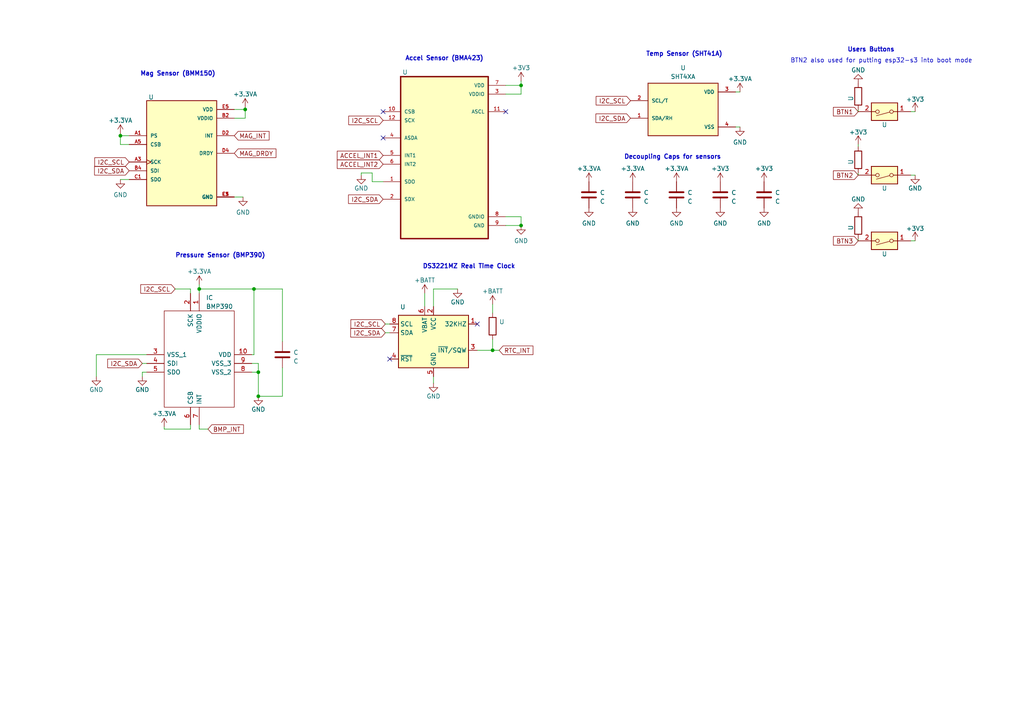
<source format=kicad_sch>
(kicad_sch (version 20220404) (generator eeschema)
  (paper "A4")
  (title_block (title "Watchy-Esp32-s3") (date "2022-07-22") (rev "V1") (company "MrT Stephens"))
  (lib_symbols
    (symbol "BMM150:BMM150" (pin_names (offset 1.016))
      (property "Reference" "U" (at -10.16 16.51 0))
      (property "Value" "BMM150" (at -10.16 -16.51 0))
      (symbol "BMM150_0_0"
        (rectangle (start -10.16 -15.24) (end 10.16 15.24) (stroke (width 0.254)) (fill (type background)))
        (pin input line (at -15.24 5.08 0) (length 5.08) (name "PS") (number "A1"))
        (pin input clock (at -15.24 -2.54 0) (length 5.08) (name "SCK") (number "A3"))
        (pin input line (at -15.24 2.54 0) (length 5.08) (name "CSB") (number "A5"))
        (pin power_in line (at 15.24 10.16 180) (length 5.08) (name "VDDIO") (number "B2"))
        (pin bidirectional line (at -15.24 -5.08 0) (length 5.08) (name "SDI") (number "B4"))
        (pin output line (at -15.24 -7.62 0) (length 5.08) (name "SDO") (number "C1"))
        (pin power_in line (at 15.24 -12.7 180) (length 5.08) (name "GND") (number "C5"))
        (pin output line (at 15.24 5.08 180) (length 5.08) (name "INT") (number "D2"))
        (pin output line (at 15.24 0 180) (length 5.08) (name "DRDY") (number "D4"))
        (pin power_in line (at 15.24 -12.7 180) (length 5.08) (name "GND") (number "E1"))
        (pin power_in line (at 15.24 -12.7 180) (length 5.08) (name "GND") (number "E3"))
        (pin power_in line (at 15.24 12.7 180) (length 5.08) (name "VDD") (number "E5"))
      )
    )
    (symbol "BMP390:BMP390" (pin_names (offset 0.762))
      (property "Reference" "IC" (at 26.67 17.78 0))
      (property "Value" "BMP390" (at 26.67 15.24 0))
      (symbol "BMP390_0_0"
        (pin passive line (at 15.24 17.78 270) (length 5.08) (name "VDDIO") (number "1"))
        (pin passive line (at 30.48 0 180) (length 5.08) (name "VDD") (number "10"))
        (pin passive line (at 12.7 17.78 270) (length 5.08) (name "SCK") (number "2"))
        (pin passive line (at 0 0 0) (length 5.08) (name "VSS_1") (number "3"))
        (pin passive line (at 0 -2.54 0) (length 5.08) (name "SDI") (number "4"))
        (pin passive line (at 0 -5.08 0) (length 5.08) (name "SDO") (number "5"))
        (pin passive line (at 12.7 -20.32 90) (length 5.08) (name "CSB") (number "6"))
        (pin passive line (at 15.24 -20.32 90) (length 5.08) (name "INT") (number "7"))
        (pin passive line (at 30.48 -5.08 180) (length 5.08) (name "VSS_2") (number "8"))
        (pin passive line (at 30.48 -2.54 180) (length 5.08) (name "VSS_3") (number "9"))
      )
      (symbol "BMP390_0_1"
        (polyline (pts (xy 5.08 12.7) (xy 25.4 12.7) (xy 25.4 -15.24) (xy 5.08 -15.24) (xy 5.08 12.7)) (stroke (width 0.1524)))
      )
    )
    (symbol "Device:C" (pin_numbers hide) (pin_names (offset 0.254))
      (property "Reference" "C" (at 0.635 2.54 0))
      (property "Value" "C" (at 0.635 -2.54 0))
      (symbol "C_0_1"
        (polyline (pts (xy -2.032 -0.762) (xy 2.032 -0.762)) (stroke (width 0.508)))
        (polyline (pts (xy -2.032 0.762) (xy 2.032 0.762)) (stroke (width 0.508)))
      )
      (symbol "C_1_1"
        (pin passive line (at 0 3.81 270) (length 2.794) (name "~") (number "1"))
        (pin passive line (at 0 -3.81 90) (length 2.794) (name "~") (number "2"))
      )
    )
    (symbol "Device:R" (pin_numbers hide) (pin_names (offset 0))
      (property "Reference" "R" (at 2.032 0 90))
      (property "Value" "R" (at 0 0 90))
      (symbol "R_0_1"
        (rectangle (start -1.016 -2.54) (end 1.016 2.54) (stroke (width 0.254)))
      )
      (symbol "R_1_1"
        (pin passive line (at 0 3.81 270) (length 1.27) (name "~") (number "1"))
        (pin passive line (at 0 -3.81 90) (length 1.27) (name "~") (number "2"))
      )
    )
    (symbol "SHT4XA:SHT4XA" (pin_names (offset 1.016))
      (property "Reference" "U" (at -10.16 8.89 0))
      (property "Value" "SHT4XA" (at -10.16 -10.16 0))
      (symbol "SHT4XA_0_0"
        (rectangle (start -10.16 -7.62) (end 10.16 7.62) (stroke (width 0.254)) (fill (type background)))
        (pin bidirectional line (at -15.24 -2.54 0) (length 5.08) (name "SDA/RH") (number "1"))
        (pin bidirectional line (at -15.24 2.54 0) (length 5.08) (name "SCL/T") (number "2"))
        (pin power_in line (at 15.24 5.08 180) (length 5.08) (name "VDD") (number "3"))
        (pin power_in line (at 15.24 -5.08 180) (length 5.08) (name "VSS") (number "4"))
      )
    )
    (symbol "Switch:SW_DIP_x01" (pin_names (offset 0) hide)
      (property "Reference" "SW" (at 0 3.81 0))
      (property "Value" "SW_DIP_x01" (at 0 -3.81 0))
      (symbol "SW_DIP_x01_0_0"
        (circle (center -2.032 0) (radius 0.508))
        (polyline (pts (xy -1.524 0.127) (xy 2.3622 1.1684)))
        (circle (center 2.032 0) (radius 0.508))
      )
      (symbol "SW_DIP_x01_0_1"
        (rectangle (start -3.81 2.54) (end 3.81 -2.54) (stroke (width 0.254)) (fill (type background)))
      )
      (symbol "SW_DIP_x01_1_1"
        (pin passive line (at -7.62 0 0) (length 5.08) (name "~") (number "1"))
        (pin passive line (at 7.62 0 180) (length 5.08) (name "~") (number "2"))
      )
    )
    (symbol "Timer_RTC:DS3231MZ"
      (property "Reference" "U" (at -7.62 8.89 0))
      (property "Value" "DS3231MZ" (at 11.43 8.89 0))
      (symbol "DS3231MZ_0_1"
        (rectangle (start -10.16 7.62) (end 10.16 -7.62) (stroke (width 0.254)) (fill (type background)))
      )
      (symbol "DS3231MZ_1_1"
        (pin open_collector line (at 12.7 5.08 180) (length 2.54) (name "32KHZ") (number "1"))
        (pin power_in line (at 0 10.16 270) (length 2.54) (name "VCC") (number "2"))
        (pin open_collector line (at 12.7 -2.54 180) (length 2.54) (name "~{INT}/SQW") (number "3"))
        (pin bidirectional line (at -12.7 -5.08 0) (length 2.54) (name "~{RST}") (number "4"))
        (pin power_in line (at 0 -10.16 90) (length 2.54) (name "GND") (number "5"))
        (pin power_in line (at -2.54 10.16 270) (length 2.54) (name "VBAT") (number "6"))
        (pin bidirectional line (at -12.7 2.54 0) (length 2.54) (name "SDA") (number "7"))
        (pin input line (at -12.7 5.08 0) (length 2.54) (name "SCL") (number "8"))
      )
    )
    (symbol "Watchy:BMA423" (pin_names (offset 1.016))
      (property "Reference" "U" (at -12.7 23.8506 0))
      (property "Value" "BMA423" (at -12.7 -26.8478 0))
      (symbol "BMA423_0_0"
        (rectangle (start -12.7 22.86) (end 12.7 -24.13) (stroke (width 0.4064)) (fill (type background)))
        (pin bidirectional line (at -17.78 -7.62 0) (length 5.08) (name "SDO") (number "1"))
        (pin input line (at -17.78 12.7 0) (length 5.08) (name "CSB") (number "10"))
        (pin output line (at 17.78 12.7 180) (length 5.08) (name "ASCL") (number "11"))
        (pin input line (at -17.78 10.16 0) (length 5.08) (name "SCX") (number "12"))
        (pin bidirectional line (at -17.78 -12.7 0) (length 5.08) (name "SDX") (number "2"))
        (pin power_in line (at 17.78 17.78 180) (length 5.08) (name "VDDIO") (number "3"))
        (pin bidirectional line (at -17.78 5.08 0) (length 5.08) (name "ASDA") (number "4"))
        (pin bidirectional line (at -17.78 0 0) (length 5.08) (name "INT1") (number "5"))
        (pin bidirectional line (at -17.78 -2.54 0) (length 5.08) (name "INT2") (number "6"))
        (pin power_in line (at 17.78 20.32 180) (length 5.08) (name "VDD") (number "7"))
        (pin power_in line (at 17.78 -17.78 180) (length 5.08) (name "GNDIO") (number "8"))
        (pin power_in line (at 17.78 -20.32 180) (length 5.08) (name "GND") (number "9"))
      )
    )
    (symbol "power:+3.3VA" (power) (pin_names (offset 0))
      (property "Value" "+3.3VA" (at 0 3.556 0))
      (symbol "+3.3VA_0_1"
        (polyline (pts (xy -0.762 1.27) (xy 0 2.54)))
        (polyline (pts (xy 0 0) (xy 0 2.54)))
        (polyline (pts (xy 0 2.54) (xy 0.762 1.27)))
      )
      (symbol "+3.3VA_1_1"
        (pin power_in line (at 0 0 90) (length 0) hide (name "+3.3VA") (number "1"))
      )
    )
    (symbol "power:+3V3" (power) (pin_names (offset 0))
      (property "Value" "+3V3" (at 0 3.556 0))
      (symbol "+3V3_0_1"
        (polyline (pts (xy -0.762 1.27) (xy 0 2.54)))
        (polyline (pts (xy 0 0) (xy 0 2.54)))
        (polyline (pts (xy 0 2.54) (xy 0.762 1.27)))
      )
      (symbol "+3V3_1_1"
        (pin power_in line (at 0 0 90) (length 0) hide (name "+3V3") (number "1"))
      )
    )
    (symbol "power:+BATT" (power) (pin_names (offset 0))
      (property "Value" "+BATT" (at 0 3.556 0))
      (symbol "+BATT_0_1"
        (polyline (pts (xy -0.762 1.27) (xy 0 2.54)))
        (polyline (pts (xy 0 0) (xy 0 2.54)))
        (polyline (pts (xy 0 2.54) (xy 0.762 1.27)))
      )
      (symbol "+BATT_1_1"
        (pin power_in line (at 0 0 90) (length 0) hide (name "+BATT") (number "1"))
      )
    )
    (symbol "power:GND" (power) (pin_names (offset 0))
      (property "Value" "GND" (at 0 -3.81 0))
      (symbol "GND_0_1"
        (polyline (pts (xy 0 0) (xy 0 -1.27) (xy 1.27 -1.27) (xy 0 -2.54) (xy -1.27 -1.27) (xy 0 -1.27)))
      )
      (symbol "GND_1_1"
        (pin power_in line (at 0 0 270) (length 0) hide (name "GND") (number "1"))
      )
    )
  )
  (junction (at 34.925 39.37))
  (junction (at 74.93 114.935))
  (junction (at 151.13 24.765))
  (junction (at 151.13 65.405))
  (junction (at 57.785 83.82))
  (junction (at 71.12 31.75))
  (junction (at 74.93 107.95))
  (junction (at 142.875 101.6))
  (junction (at 73.66 83.82))
  (no_connect (at 113.03 104.14))
  (no_connect (at 138.43 93.98))
  (no_connect (at 111.125 40.005))
  (no_connect (at 111.125 32.385))
  (no_connect (at 146.685 32.385))
  (wire (pts (xy 214.63 36.83) (xy 213.36 36.83)))
  (wire (pts (xy 57.785 83.82) (xy 57.785 85.09)))
  (wire (pts (xy 55.245 83.82) (xy 50.8 83.82)))
  (wire (pts (xy 111.76 93.98) (xy 113.03 93.98)))
  (wire (pts (xy 27.94 109.22) (xy 27.94 102.87)))
  (wire (pts (xy 47.625 124.46) (xy 55.245 124.46)))
  (wire (pts (xy 107.95 52.705) (xy 111.125 52.705)))
  (wire (pts (xy 34.925 52.07) (xy 37.465 52.07)))
  (wire (pts (xy 73.025 102.87) (xy 73.66 102.87)))
  (wire (pts (xy 142.875 101.6) (xy 144.78 101.6)))
  (wire (pts (xy 34.925 38.735) (xy 34.925 39.37)))
  (wire (pts (xy 57.785 123.19) (xy 57.785 124.46)))
  (wire (pts (xy 146.685 24.765) (xy 151.13 24.765)))
  (wire (pts (xy 265.43 69.85) (xy 264.16 69.85)))
  (wire (pts (xy 265.43 50.8) (xy 264.16 50.8)))
  (wire (pts (xy 151.13 23.495) (xy 151.13 24.765)))
  (wire (pts (xy 74.93 114.935) (xy 74.93 107.95)))
  (wire (pts (xy 81.915 99.06) (xy 81.915 83.82)))
  (wire (pts (xy 34.925 41.91) (xy 34.925 39.37)))
  (wire (pts (xy 151.13 27.305) (xy 146.685 27.305)))
  (wire (pts (xy 41.275 105.41) (xy 42.545 105.41)))
  (wire (pts (xy 81.915 83.82) (xy 73.66 83.82)))
  (wire (pts (xy 214.63 26.67) (xy 213.36 26.67)))
  (wire (pts (xy 248.92 41.91) (xy 248.92 42.545)))
  (wire (pts (xy 104.775 50.8) (xy 104.775 50.165)))
  (wire (pts (xy 34.925 39.37) (xy 37.465 39.37)))
  (wire (pts (xy 104.775 50.165) (xy 107.95 50.165)))
  (wire (pts (xy 74.93 105.41) (xy 74.93 107.95)))
  (wire (pts (xy 107.95 50.165) (xy 107.95 52.705)))
  (wire (pts (xy 151.13 62.865) (xy 151.13 65.405)))
  (wire (pts (xy 151.13 24.765) (xy 151.13 27.305)))
  (wire (pts (xy 125.73 83.82) (xy 125.73 88.9)))
  (wire (pts (xy 248.92 50.165) (xy 248.92 50.8)))
  (wire (pts (xy 73.66 83.82) (xy 73.66 102.87)))
  (wire (pts (xy 57.785 124.46) (xy 60.325 124.46)))
  (wire (pts (xy 47.625 123.825) (xy 47.625 124.46)))
  (wire (pts (xy 55.245 123.19) (xy 55.245 124.46)))
  (wire (pts (xy 248.92 31.75) (xy 248.92 32.385)))
  (wire (pts (xy 265.43 32.385) (xy 264.16 32.385)))
  (wire (pts (xy 123.19 85.09) (xy 123.19 88.9)))
  (wire (pts (xy 146.685 65.405) (xy 151.13 65.405)))
  (wire (pts (xy 57.785 83.82) (xy 73.66 83.82)))
  (wire (pts (xy 67.945 34.29) (xy 71.12 34.29)))
  (wire (pts (xy 142.875 88.265) (xy 142.875 90.805)))
  (wire (pts (xy 41.275 107.95) (xy 42.545 107.95)))
  (wire (pts (xy 71.12 31.115) (xy 71.12 31.75)))
  (wire (pts (xy 142.875 98.425) (xy 142.875 101.6)))
  (wire (pts (xy 81.915 106.68) (xy 81.915 114.935)))
  (wire (pts (xy 74.93 107.95) (xy 73.025 107.95)))
  (wire (pts (xy 55.245 85.09) (xy 55.245 83.82)))
  (wire (pts (xy 71.12 34.29) (xy 71.12 31.75)))
  (wire (pts (xy 125.73 111.125) (xy 125.73 109.22)))
  (wire (pts (xy 34.925 41.91) (xy 37.465 41.91)))
  (wire (pts (xy 73.025 105.41) (xy 74.93 105.41)))
  (wire (pts (xy 27.94 102.87) (xy 42.545 102.87)))
  (wire (pts (xy 41.275 109.22) (xy 41.275 107.95)))
  (wire (pts (xy 67.945 57.15) (xy 70.485 57.15)))
  (wire (pts (xy 146.685 62.865) (xy 151.13 62.865)))
  (wire (pts (xy 81.915 114.935) (xy 74.93 114.935)))
  (wire (pts (xy 111.76 96.52) (xy 113.03 96.52)))
  (wire (pts (xy 248.92 69.215) (xy 248.92 69.85)))
  (wire (pts (xy 138.43 101.6) (xy 142.875 101.6)))
  (wire (pts (xy 67.945 31.75) (xy 71.12 31.75)))
  (wire (pts (xy 132.715 83.82) (xy 125.73 83.82)))
  (wire (pts (xy 57.785 82.55) (xy 57.785 83.82)))
  (text "Pressure Sensor (BMP390)" (at 50.8 74.93 0) (effects (font (size 1.27 1.27) bold) (justify left bottom)))
  (text "Accel Sensor (BMA423)" (at 117.475 17.78 0) (effects (font (size 1.27 1.27) bold) (justify left bottom)))
  (text "Users Buttons" (at 245.745 15.24 0) (effects (font (size 1.27 1.27) bold) (justify left bottom)))
  (text "DS3221MZ Real Time Clock" (at 122.555 78.105 0) (effects (font (size 1.27 1.27) bold) (justify left bottom)))
  (text "Mag Sensor (BMM150)" (at 40.64 22.225 0) (effects (font (size 1.27 1.27) (thickness 0.254) bold) (justify left bottom)))
  (text "Temp Sensor (SHT41A)" (at 187.325 16.51 0) (effects (font (size 1.27 1.27) bold) (justify left bottom)))
  (text "Decoupling Caps for sensors" (at 180.975 46.355 0) (effects (font (size 1.27 1.27) bold) (justify left bottom)))
  (text "BTN2 also used for putting esp32-s3 into boot mode" (at 229.235 18.415 0) (effects (font (size 1.27 1.27)) (justify left bottom)))
  (global_label "I2C_SCL" (shape input) (at 37.465 46.99 180) (property "Intersheetrefs" "${INTERSHEET_REFS}" (effects hide)))
  (global_label "BMP_INT" (shape input) (at 60.325 124.46 0) (property "Intersheetrefs" "${INTERSHEET_REFS}" (effects hide)))
  (global_label "I2C_SCL" (shape input) (at 111.76 93.98 180) (property "Intersheetrefs" "${INTERSHEET_REFS}" (effects hide)))
  (global_label "I2C_SDA" (shape input) (at 37.465 49.53 180) (property "Intersheetrefs" "${INTERSHEET_REFS}" (effects hide)))
  (global_label "I2C_SDA" (shape input) (at 111.76 96.52 180) (property "Intersheetrefs" "${INTERSHEET_REFS}" (effects hide)))
  (global_label "RTC_INT" (shape input) (at 144.78 101.6 0) (property "Intersheetrefs" "${INTERSHEET_REFS}" (effects hide)))
  (global_label "BTN3" (shape input) (at 248.92 69.85 180) (property "Intersheetrefs" "${INTERSHEET_REFS}" (effects hide)))
  (global_label "I2C_SCL" (shape input) (at 182.88 29.21 180) (property "Intersheetrefs" "${INTERSHEET_REFS}" (effects hide)))
  (global_label "I2C_SDA" (shape input) (at 182.88 34.29 180) (property "Intersheetrefs" "${INTERSHEET_REFS}" (effects hide)))
  (global_label "MAG_DRDY" (shape input) (at 67.945 44.45 0) (property "Intersheetrefs" "${INTERSHEET_REFS}" (effects hide)))
  (global_label "BTN1" (shape input) (at 248.92 32.385 180) (property "Intersheetrefs" "${INTERSHEET_REFS}" (effects hide)))
  (global_label "BTN2" (shape input) (at 248.92 50.8 180) (property "Intersheetrefs" "${INTERSHEET_REFS}" (effects hide)))
  (global_label "I2C_SCL" (shape input) (at 50.8 83.82 180) (property "Intersheetrefs" "${INTERSHEET_REFS}" (effects hide)))
  (global_label "MAG_INT" (shape input) (at 67.945 39.37 0) (property "Intersheetrefs" "${INTERSHEET_REFS}" (effects hide)))
  (global_label "ACCEL_INT2" (shape input) (at 111.125 47.625 180) (property "Intersheetrefs" "${INTERSHEET_REFS}" (effects hide)))
  (global_label "I2C_SCL" (shape input) (at 111.125 34.925 180) (property "Intersheetrefs" "${INTERSHEET_REFS}" (effects hide)))
  (global_label "ACCEL_INT1" (shape input) (at 111.125 45.085 180) (property "Intersheetrefs" "${INTERSHEET_REFS}" (effects hide)))
  (global_label "I2C_SDA" (shape input) (at 41.275 105.41 180) (property "Intersheetrefs" "${INTERSHEET_REFS}" (effects hide)))
  (global_label "I2C_SDA" (shape input) (at 111.125 57.785 180) (property "Intersheetrefs" "${INTERSHEET_REFS}" (effects hide)))
  (symbol (lib_id "power:GND") (at 151.13 65.405 0) (unit 1)
    (default_instance (reference "#PWR") (unit 1) (value "GND") (footprint ""))
    (property "Reference" "#PWR" (effects hide))
    (property "Value" "GND" (at 151.13 69.85 0))
  )
  (symbol (lib_id "BMM150:BMM150") (at 52.705 44.45 0) (unit 1)
    (default_instance (reference "U") (unit 1) (value "") (footprint ""))
    (property "Reference" "U" (at 43.815 28.194 0))
    (property "MP" "BMM150" (effects hide))
    (property "AVAILABILITY" "Unavailable" (effects hide))
    (property "PRICE" "None" (effects hide))
    (property "DESCRIPTION" "BMM150 Series 3.6 V Surface Mount Three-Axis Geomagnetic Sensor - WLCSP-12" (effects hide))
    (property "MF" "Bosch Sensortec" (effects hide))
    (property "PACKAGE" "WLCSP-12 Bosch" (effects hide))
  )
  (symbol (lib_id "Switch:SW_DIP_x01") (at 256.54 32.385 180) (unit 1)
    (default_instance (reference "U") (unit 1) (value "") (footprint ""))
    (property "Reference" "U" (at 256.54 36.195 0))
  )
  (symbol (lib_id "power:GND") (at 265.43 50.8 0) (unit 1)
    (default_instance (reference "U") (unit 1) (value "") (footprint ""))
    (property "Reference" "U" (effects hide))
  )
  (symbol (lib_id "power:GND") (at 170.815 60.325 0) (unit 1)
    (default_instance (reference "#PWR") (unit 1) (value "GND") (footprint ""))
    (property "Reference" "#PWR" (effects hide))
    (property "Value" "GND" (at 170.815 64.77 0))
  )
  (symbol (lib_id "Watchy:BMA423") (at 128.905 45.085 0) (unit 1)
    (default_instance (reference "U") (unit 1) (value "") (footprint ""))
    (property "Reference" "U" (at 117.475 20.955 0))
    (property "Datasheet" "IC_BMA400" (effects hide))
    (property "Field4" "Bosch Sensortec" (effects hide))
  )
  (symbol (lib_id "SHT4XA:SHT4XA") (at 198.12 31.75 0) (unit 1)
    (default_instance (reference "U") (unit 1) (value "SHT4XA") (footprint "SHT4XA"))
    (property "Reference" "U" (at 198.12 19.685 0))
    (property "Value" "SHT4XA" (at 198.12 22.225 0))
    (property "Footprint" "SHT4XA" (effects hide))
  )
  (symbol (lib_id "Device:R") (at 248.92 65.405 0) (unit 1)
    (default_instance (reference "U") (unit 1) (value "") (footprint ""))
    (property "Reference" "U" (at 246.761 66.802 90) (effects (justify left)))
  )
  (symbol (lib_id "power:+3.3VA") (at 196.215 52.705 0) (unit 1)
    (default_instance (reference "#PWR") (unit 1) (value "+3.3VA") (footprint ""))
    (property "Reference" "#PWR" (effects hide))
    (property "Value" "+3.3VA" (at 196.215 48.895 0))
  )
  (symbol (lib_id "power:GND") (at 125.73 111.125 0) (unit 1)
    (default_instance (reference "U") (unit 1) (value "") (footprint ""))
    (property "Reference" "U" (effects hide))
  )
  (symbol (lib_id "power:GND") (at 41.275 109.22 0) (unit 1)
    (default_instance (reference "#PWR") (unit 1) (value "GND") (footprint ""))
    (property "Reference" "#PWR" (effects hide))
    (property "Value" "GND" (at 41.275 113.03 0))
  )
  (symbol (lib_id "Device:C") (at 221.615 56.515 0) (unit 1)
    (default_instance (reference "C") (unit 1) (value "C") (footprint ""))
    (property "Reference" "C" (at 224.79 55.88 0) (effects (justify left)))
    (property "Value" "C" (at 224.79 58.42 0) (effects (justify left)))
  )
  (symbol (lib_id "power:+3.3VA") (at 214.63 26.67 0) (unit 1)
    (default_instance (reference "#PWR") (unit 1) (value "+3.3VA") (footprint ""))
    (property "Reference" "#PWR" (effects hide))
    (property "Value" "+3.3VA" (at 214.63 22.86 0))
  )
  (symbol (lib_id "power:+3.3VA") (at 170.815 52.705 0) (unit 1)
    (default_instance (reference "#PWR") (unit 1) (value "+3.3VA") (footprint ""))
    (property "Reference" "#PWR" (effects hide))
    (property "Value" "+3.3VA" (at 170.815 48.895 0))
  )
  (symbol (lib_id "power:+3V3") (at 265.43 69.85 0) (unit 1)
    (default_instance (reference "U") (unit 1) (value "") (footprint ""))
    (property "Reference" "U" (effects hide))
  )
  (symbol (lib_id "power:GND") (at 132.715 83.82 0) (unit 1)
    (default_instance (reference "U") (unit 1) (value "") (footprint ""))
    (property "Reference" "U" (effects hide))
  )
  (symbol (lib_id "Device:C") (at 81.915 102.87 0) (unit 1)
    (default_instance (reference "C") (unit 1) (value "C") (footprint ""))
    (property "Reference" "C" (at 85.09 102.235 0) (effects (justify left)))
    (property "Value" "C" (at 85.09 104.775 0) (effects (justify left)))
  )
  (symbol (lib_id "Device:C") (at 196.215 56.515 0) (unit 1)
    (default_instance (reference "C") (unit 1) (value "C") (footprint ""))
    (property "Reference" "C" (at 199.39 55.88 0) (effects (justify left)))
    (property "Value" "C" (at 199.39 58.42 0) (effects (justify left)))
  )
  (symbol (lib_id "power:+3.3VA") (at 183.515 52.705 0) (unit 1)
    (default_instance (reference "#PWR") (unit 1) (value "+3.3VA") (footprint ""))
    (property "Reference" "#PWR" (effects hide))
    (property "Value" "+3.3VA" (at 183.515 48.895 0))
  )
  (symbol (lib_id "power:+3.3VA") (at 34.925 38.735 0) (unit 1)
    (default_instance (reference "#PWR") (unit 1) (value "+3.3VA") (footprint ""))
    (property "Reference" "#PWR" (effects hide))
    (property "Value" "+3.3VA" (at 34.925 34.925 0))
  )
  (symbol (lib_id "power:GND") (at 34.925 52.07 0) (unit 1)
    (default_instance (reference "#PWR") (unit 1) (value "GND") (footprint ""))
    (property "Reference" "#PWR" (effects hide))
    (property "Value" "GND" (at 34.925 56.515 0))
  )
  (symbol (lib_id "Switch:SW_DIP_x01") (at 256.54 69.85 180) (unit 1)
    (default_instance (reference "U") (unit 1) (value "") (footprint ""))
    (property "Reference" "U" (at 256.54 73.66 0))
  )
  (symbol (lib_id "power:+3.3VA") (at 71.12 31.115 0) (unit 1)
    (default_instance (reference "#PWR") (unit 1) (value "+3.3VA") (footprint ""))
    (property "Reference" "#PWR" (effects hide))
    (property "Value" "+3.3VA" (at 71.12 27.305 0))
  )
  (symbol (lib_id "power:+3V3") (at 265.43 32.385 0) (unit 1)
    (default_instance (reference "U") (unit 1) (value "") (footprint ""))
    (property "Reference" "U" (effects hide))
  )
  (symbol (lib_id "power:GND") (at 70.485 57.15 0) (unit 1)
    (default_instance (reference "#PWR") (unit 1) (value "GND") (footprint ""))
    (property "Reference" "#PWR" (effects hide))
    (property "Value" "GND" (at 70.485 61.595 0))
  )
  (symbol (lib_id "power:+BATT") (at 142.875 88.265 0) (unit 1)
    (default_instance (reference "#PWR") (unit 1) (value "+BATT") (footprint ""))
    (property "Reference" "#PWR" (effects hide))
    (property "Value" "+BATT" (at 142.875 84.455 0))
  )
  (symbol (lib_id "Device:R") (at 248.92 46.355 0) (unit 1)
    (default_instance (reference "U") (unit 1) (value "") (footprint ""))
    (property "Reference" "U" (at 246.761 47.752 90) (effects (justify left)))
  )
  (symbol (lib_id "power:+BATT") (at 123.19 85.09 0) (unit 1)
    (default_instance (reference "#PWR") (unit 1) (value "+BATT") (footprint ""))
    (property "Reference" "#PWR" (effects hide))
    (property "Value" "+BATT" (at 123.19 81.28 0))
  )
  (symbol (lib_id "power:GND") (at 221.615 60.325 0) (unit 1)
    (default_instance (reference "#PWR") (unit 1) (value "GND") (footprint ""))
    (property "Reference" "#PWR" (effects hide))
    (property "Value" "GND" (at 221.615 64.77 0))
  )
  (symbol (lib_id "BMP390:BMP390") (at 42.545 102.87 0) (unit 1)
    (default_instance (reference "IC") (unit 1) (value "BMP390") (footprint "BMP390"))
    (property "Reference" "IC" (at 59.7409 86.36 0) (effects (justify left)))
    (property "Value" "BMP390" (at 59.7409 88.9 0) (effects (justify left)))
    (property "Footprint" "BMP390" (effects hide))
    (property "Datasheet" "https://www.bosch-sensortec.com/media/boschsensortec/downloads/datasheets/bst-bmp390-ds002.pdf" (effects hide))
    (property "Description" "Board Mount Pressure Sensors" (effects hide))
    (property "Height" "0.8" (effects hide))
    (property "Manufacturer_Name" "Bosch Sensortec" (effects hide))
    (property "Manufacturer_Part_Number" "BMP390" (effects hide))
    (property "Mouser Part Number" "262-BMP390" (effects hide))
    (property "Mouser Price/Stock" "https://www.mouser.co.uk/ProductDetail/Bosch-Sensortec/BMP390?qs=QNEnbhJQKvYQVfvRMgo2YA%3D%3D" (effects hide))
    (property "Arrow Part Number" "BMP390" (effects hide))
    (property "Arrow Price/Stock" "https://www.arrow.com/en/products/bmp390/bosch?region=nac" (effects hide))
  )
  (symbol (lib_id "Device:R") (at 248.92 27.94 0) (unit 1)
    (default_instance (reference "U") (unit 1) (value "") (footprint ""))
    (property "Reference" "U" (at 246.761 29.337 90) (effects (justify left)))
  )
  (symbol (lib_id "power:GND") (at 248.92 24.13 180) (unit 1)
    (default_instance (reference "U") (unit 1) (value "") (footprint ""))
    (property "Reference" "U" (effects hide))
  )
  (symbol (lib_id "power:GND") (at 104.775 50.8 0) (unit 1)
    (default_instance (reference "#PWR") (unit 1) (value "GND") (footprint ""))
    (property "Reference" "#PWR" (effects hide))
    (property "Value" "GND" (at 104.775 54.61 0))
  )
  (symbol (lib_id "power:+3V3") (at 221.615 52.705 0) (unit 1)
    (default_instance (reference "#PWR") (unit 1) (value "+3V3") (footprint ""))
    (property "Reference" "#PWR" (effects hide))
    (property "Value" "+3V3" (at 221.615 48.895 0))
  )
  (symbol (lib_id "power:+3.3VA") (at 47.625 123.825 0) (unit 1)
    (default_instance (reference "#PWR") (unit 1) (value "+3.3VA") (footprint ""))
    (property "Reference" "#PWR" (effects hide))
    (property "Value" "+3.3VA" (at 47.625 120.015 0))
  )
  (symbol (lib_id "power:GND") (at 27.94 109.22 0) (unit 1)
    (default_instance (reference "#PWR") (unit 1) (value "GND") (footprint ""))
    (property "Reference" "#PWR" (effects hide))
    (property "Value" "GND" (at 27.94 113.03 0))
  )
  (symbol (lib_id "power:+3V3") (at 248.92 41.91 0) (unit 1)
    (default_instance (reference "U") (unit 1) (value "") (footprint ""))
    (property "Reference" "U" (effects hide))
  )
  (symbol (lib_id "power:+3.3VA") (at 57.785 82.55 0) (unit 1)
    (default_instance (reference "#PWR") (unit 1) (value "+3.3VA") (footprint ""))
    (property "Reference" "#PWR" (effects hide))
    (property "Value" "+3.3VA" (at 57.785 78.74 0))
  )
  (symbol (lib_id "Timer_RTC:DS3231MZ") (at 125.73 99.06 0) (unit 1)
    (default_instance (reference "U") (unit 1) (value "") (footprint ""))
    (property "Reference" "U" (at 116.84 89.027 0))
    (property "Datasheet" "http://datasheets.maximintegrated.com/en/ds/DS3231M.pdf" (effects hide))
  )
  (symbol (lib_id "power:GND") (at 248.92 61.595 180) (unit 1)
    (default_instance (reference "U") (unit 1) (value "") (footprint ""))
    (property "Reference" "U" (effects hide))
  )
  (symbol (lib_id "power:+3V3") (at 208.915 52.705 0) (unit 1)
    (default_instance (reference "#PWR") (unit 1) (value "+3V3") (footprint ""))
    (property "Reference" "#PWR" (effects hide))
    (property "Value" "+3V3" (at 208.915 48.895 0))
  )
  (symbol (lib_id "Device:R") (at 142.875 94.615 0) (unit 1)
    (default_instance (reference "U") (unit 1) (value "") (footprint ""))
    (property "Reference" "U" (at 144.78 93.345 0) (effects (justify left)))
  )
  (symbol (lib_id "power:+3V3") (at 151.13 23.495 0) (unit 1)
    (default_instance (reference "#PWR") (unit 1) (value "+3V3") (footprint ""))
    (property "Reference" "#PWR" (effects hide))
    (property "Value" "+3V3" (at 151.13 19.685 0))
  )
  (symbol (lib_id "power:GND") (at 196.215 60.325 0) (unit 1)
    (default_instance (reference "#PWR") (unit 1) (value "GND") (footprint ""))
    (property "Reference" "#PWR" (effects hide))
    (property "Value" "GND" (at 196.215 64.77 0))
  )
  (symbol (lib_id "power:GND") (at 183.515 60.325 0) (unit 1)
    (default_instance (reference "#PWR") (unit 1) (value "GND") (footprint ""))
    (property "Reference" "#PWR" (effects hide))
    (property "Value" "GND" (at 183.515 64.77 0))
  )
  (symbol (lib_id "power:GND") (at 208.915 60.325 0) (unit 1)
    (default_instance (reference "#PWR") (unit 1) (value "GND") (footprint ""))
    (property "Reference" "#PWR" (effects hide))
    (property "Value" "GND" (at 208.915 64.77 0))
  )
  (symbol (lib_id "power:GND") (at 74.93 114.935 0) (unit 1)
    (default_instance (reference "#PWR") (unit 1) (value "GND") (footprint ""))
    (property "Reference" "#PWR" (effects hide))
    (property "Value" "GND" (at 74.93 118.745 0))
  )
  (symbol (lib_id "Switch:SW_DIP_x01") (at 256.54 50.8 180) (unit 1)
    (default_instance (reference "U") (unit 1) (value "") (footprint ""))
    (property "Reference" "U" (at 256.54 54.61 0))
  )
  (symbol (lib_id "Device:C") (at 208.915 56.515 0) (unit 1)
    (default_instance (reference "C") (unit 1) (value "C") (footprint ""))
    (property "Reference" "C" (at 212.09 55.88 0) (effects (justify left)))
    (property "Value" "C" (at 212.09 58.42 0) (effects (justify left)))
  )
  (symbol (lib_id "power:GND") (at 214.63 36.83 0) (unit 1)
    (default_instance (reference "#PWR") (unit 1) (value "GND") (footprint ""))
    (property "Reference" "#PWR" (effects hide))
    (property "Value" "GND" (at 214.63 41.275 0))
  )
  (symbol (lib_id "Device:C") (at 170.815 56.515 0) (unit 1)
    (default_instance (reference "C") (unit 1) (value "C") (footprint ""))
    (property "Reference" "C" (at 173.99 55.88 0) (effects (justify left)))
    (property "Value" "C" (at 173.99 58.42 0) (effects (justify left)))
  )
  (symbol (lib_id "Device:C") (at 183.515 56.515 0) (unit 1)
    (default_instance (reference "C") (unit 1) (value "C") (footprint ""))
    (property "Reference" "C" (at 186.69 55.88 0) (effects (justify left)))
    (property "Value" "C" (at 186.69 58.42 0) (effects (justify left)))
  )
)
</source>
